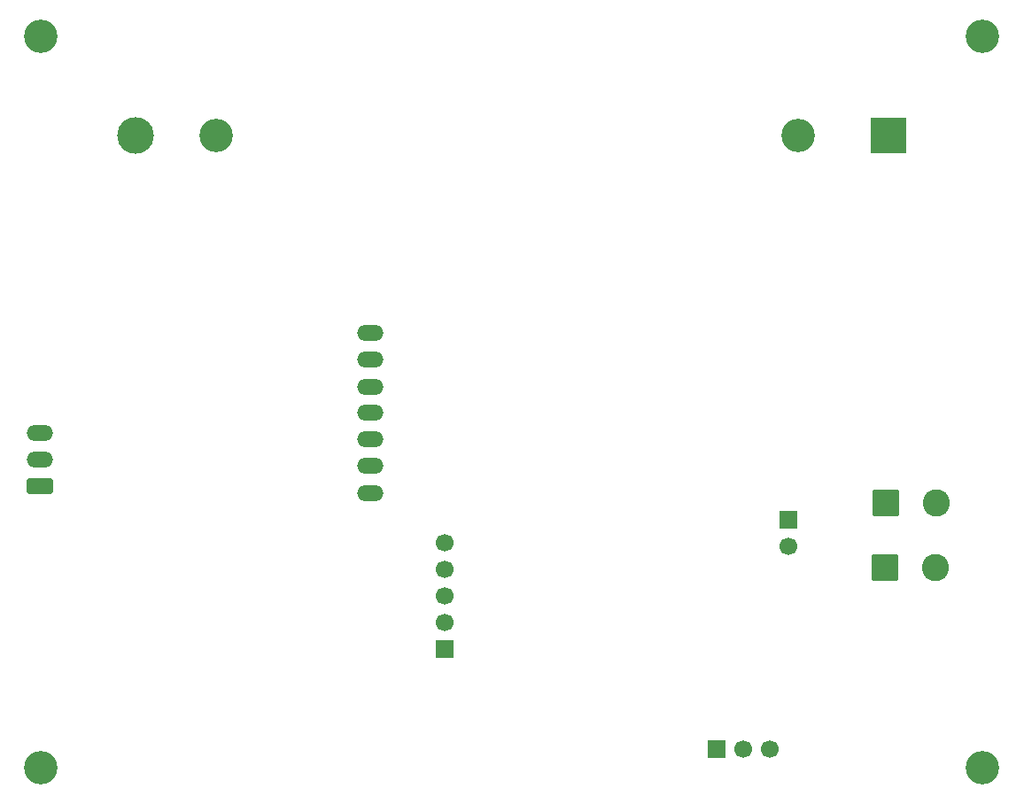
<source format=gbr>
%TF.GenerationSoftware,KiCad,Pcbnew,9.0.2*%
%TF.CreationDate,2025-09-25T15:04:07+05:00*%
%TF.ProjectId,Diplom,4469706c-6f6d-42e6-9b69-6361645f7063,rev?*%
%TF.SameCoordinates,Original*%
%TF.FileFunction,Soldermask,Bot*%
%TF.FilePolarity,Negative*%
%FSLAX46Y46*%
G04 Gerber Fmt 4.6, Leading zero omitted, Abs format (unit mm)*
G04 Created by KiCad (PCBNEW 9.0.2) date 2025-09-25 15:04:07*
%MOMM*%
%LPD*%
G01*
G04 APERTURE LIST*
G04 Aperture macros list*
%AMRoundRect*
0 Rectangle with rounded corners*
0 $1 Rounding radius*
0 $2 $3 $4 $5 $6 $7 $8 $9 X,Y pos of 4 corners*
0 Add a 4 corners polygon primitive as box body*
4,1,4,$2,$3,$4,$5,$6,$7,$8,$9,$2,$3,0*
0 Add four circle primitives for the rounded corners*
1,1,$1+$1,$2,$3*
1,1,$1+$1,$4,$5*
1,1,$1+$1,$6,$7*
1,1,$1+$1,$8,$9*
0 Add four rect primitives between the rounded corners*
20,1,$1+$1,$2,$3,$4,$5,0*
20,1,$1+$1,$4,$5,$6,$7,0*
20,1,$1+$1,$6,$7,$8,$9,0*
20,1,$1+$1,$8,$9,$2,$3,0*%
G04 Aperture macros list end*
%ADD10R,1.700000X1.700000*%
%ADD11C,1.700000*%
%ADD12C,3.200000*%
%ADD13RoundRect,0.250000X-1.050000X-1.050000X1.050000X-1.050000X1.050000X1.050000X-1.050000X1.050000X0*%
%ADD14C,2.600000*%
%ADD15O,2.540000X1.500000*%
%ADD16RoundRect,0.250000X1.020000X0.500000X-1.020000X0.500000X-1.020000X-0.500000X1.020000X-0.500000X0*%
%ADD17R,3.500000X3.500000*%
%ADD18C,3.500000*%
G04 APERTURE END LIST*
D10*
%TO.C,J2*%
X93600000Y-89579999D03*
D11*
X93600000Y-87039999D03*
X93600000Y-84500000D03*
X93600000Y-81959999D03*
X93600000Y-79419999D03*
%TD*%
D12*
%TO.C,REF\u002A\u002A*%
X55000000Y-101000000D03*
%TD*%
%TO.C,REF\u002A\u002A*%
X145000000Y-101000000D03*
%TD*%
D13*
%TO.C,SC1*%
X135760000Y-75650000D03*
D14*
X140560001Y-75650000D03*
%TD*%
D15*
%TO.C,IC1*%
X86419999Y-74680000D03*
X86420000Y-72120000D03*
X86420000Y-69580000D03*
X86419999Y-67020000D03*
X86420000Y-64520000D03*
X86420000Y-61960000D03*
X86420000Y-59380000D03*
X54920000Y-68920000D03*
X54920000Y-71480000D03*
D16*
X54920000Y-74060000D03*
%TD*%
D12*
%TO.C,BT1*%
X127355000Y-40500000D03*
X71745000Y-40500000D03*
D17*
X136000000Y-40500000D03*
D18*
X64000000Y-40500000D03*
%TD*%
D12*
%TO.C,REF\u002A\u002A*%
X55000000Y-31000000D03*
%TD*%
%TO.C,REF\u002A\u002A*%
X145000000Y-31000000D03*
%TD*%
D13*
%TO.C,Y5*%
X135690000Y-81790000D03*
D14*
X140490001Y-81790000D03*
%TD*%
D10*
%TO.C,J3*%
X126410000Y-77235000D03*
D11*
X126410000Y-79775000D03*
%TD*%
D10*
%TO.C,J1*%
X119560001Y-99200000D03*
D11*
X122100001Y-99200000D03*
X124640000Y-99200000D03*
%TD*%
M02*

</source>
